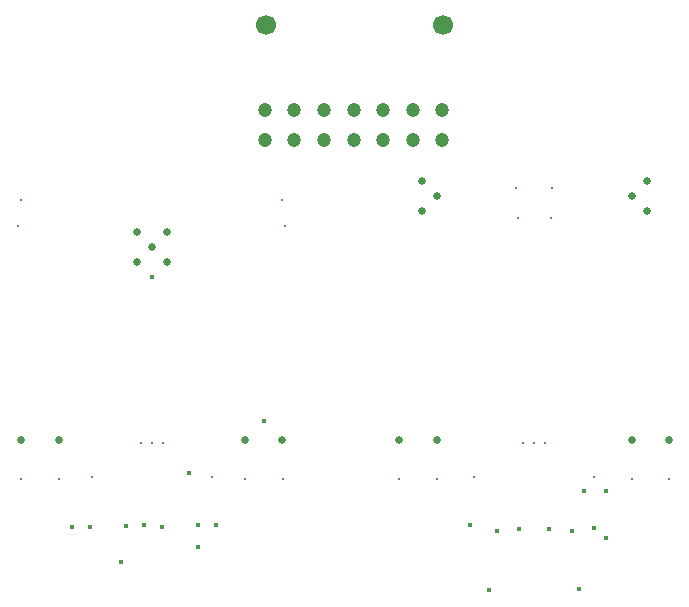
<source format=gbr>
%TF.GenerationSoftware,Altium Limited,Altium Designer,24.1.2 (44)*%
G04 Layer_Color=0*
%FSLAX45Y45*%
%MOMM*%
%TF.SameCoordinates,52D7BD39-7FF0-4AB0-A2C0-E3239692A872*%
%TF.FilePolarity,Positive*%
%TF.FileFunction,Plated,1,4,PTH,Drill*%
%TF.Part,Single*%
G01*
G75*
%TA.AperFunction,ComponentDrill*%
%ADD61C,1.20000*%
%ADD62C,1.70000*%
%TA.AperFunction,ViaDrill,NotFilled*%
%ADD63C,0.38100*%
%ADD64C,0.30480*%
%ADD65C,0.63500*%
%ADD66C,0.30000*%
D61*
X12134800Y10000300D02*
D03*
X12384800D02*
D03*
X12634800D02*
D03*
X12884801D02*
D03*
X13134801D02*
D03*
X13384801D02*
D03*
X13634801D02*
D03*
X12134800Y10250300D02*
D03*
X12384800D02*
D03*
X12634800D02*
D03*
X12884801D02*
D03*
X13134801D02*
D03*
X13384801D02*
D03*
X13634801D02*
D03*
D62*
X13639799Y10972800D02*
D03*
X12142300D02*
D03*
D63*
X14795500Y6197600D02*
D03*
X14030991Y6183686D02*
D03*
X12128500Y7620000D02*
D03*
X11493500Y7175500D02*
D03*
X15019945Y6624665D02*
D03*
X13874046Y6740045D02*
D03*
X14922501Y6708100D02*
D03*
X14833600Y7023100D02*
D03*
X15024100D02*
D03*
X14732001Y6688100D02*
D03*
X14097000D02*
D03*
X14287500Y6700750D02*
D03*
X14541499Y6705600D02*
D03*
X10655300Y6718300D02*
D03*
X10960100Y6730950D02*
D03*
X11112500Y6735800D02*
D03*
X11264900Y6718300D02*
D03*
X11570025Y6733300D02*
D03*
X11722100Y6735800D02*
D03*
X11569700Y6553200D02*
D03*
X10915700Y6419850D02*
D03*
X10502900Y6718300D02*
D03*
X11176000Y8839200D02*
D03*
D64*
X15239999Y7124700D02*
D03*
X12281300Y9491226D02*
D03*
X14922501Y7140599D02*
D03*
X14262801Y9588500D02*
D03*
X14274800Y9334500D02*
D03*
X14554201D02*
D03*
X14566200Y9588500D02*
D03*
X15557500Y7124700D02*
D03*
X13271500D02*
D03*
X13589000D02*
D03*
X13906500Y7139700D02*
D03*
X10067549Y7124700D02*
D03*
X10390275D02*
D03*
X10668000Y7139700D02*
D03*
X11684000D02*
D03*
X11961725Y7124700D02*
D03*
X12284451D02*
D03*
X10045700Y9271000D02*
D03*
X10070700Y9491225D02*
D03*
X12306300Y9271000D02*
D03*
D65*
X15241675Y7454900D02*
D03*
X15559175D02*
D03*
X13590675D02*
D03*
X13273175D02*
D03*
X10391949D02*
D03*
X10069224D02*
D03*
X11963400D02*
D03*
X12280900D02*
D03*
X11303000Y9220200D02*
D03*
X11049000D02*
D03*
X11176000Y9093200D02*
D03*
X11049000Y8966200D02*
D03*
X11303000D02*
D03*
X15367000Y9398000D02*
D03*
X15239999Y9525000D02*
D03*
X15367000Y9652000D02*
D03*
X13462000Y9398000D02*
D03*
X13589000Y9525000D02*
D03*
X13462000Y9652000D02*
D03*
D66*
X11271000Y7429500D02*
D03*
X11176000D02*
D03*
X11081000D02*
D03*
X14414500D02*
D03*
X14509500D02*
D03*
X14319501D02*
D03*
%TF.MD5,9aead73d81f801656b0fdd55b22a96b4*%
M02*

</source>
